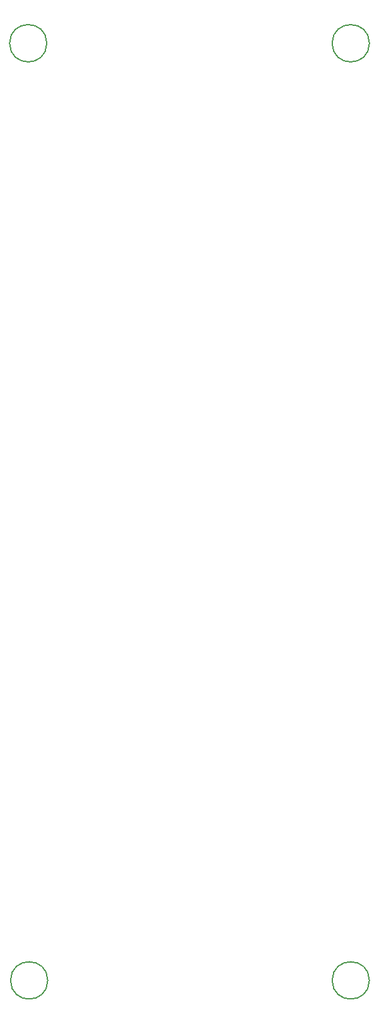
<source format=gbr>
%TF.GenerationSoftware,KiCad,Pcbnew,7.0.8*%
%TF.CreationDate,2024-03-21T14:49:46+01:00*%
%TF.ProjectId,so-dimm-debugger-programmer,736f2d64-696d-46d2-9d64-656275676765,REV.02*%
%TF.SameCoordinates,Original*%
%TF.FileFunction,Other,Comment*%
%FSLAX46Y46*%
G04 Gerber Fmt 4.6, Leading zero omitted, Abs format (unit mm)*
G04 Created by KiCad (PCBNEW 7.0.8) date 2024-03-21 14:49:46*
%MOMM*%
%LPD*%
G01*
G04 APERTURE LIST*
%ADD10C,0.150000*%
G04 APERTURE END LIST*
D10*
%TO.C,H3*%
X142381205Y-165975547D02*
G75*
G03*
X142381205Y-165975547I-2500000J0D01*
G01*
%TO.C,H2*%
X99074205Y-40372547D02*
G75*
G03*
X99074205Y-40372547I-2500000J0D01*
G01*
%TO.C,H1*%
X99201205Y-165975547D02*
G75*
G03*
X99201205Y-165975547I-2500000J0D01*
G01*
%TO.C,H4*%
X142381205Y-40372547D02*
G75*
G03*
X142381205Y-40372547I-2500000J0D01*
G01*
%TD*%
M02*

</source>
